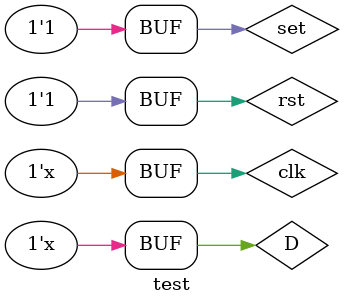
<source format=v>
`timescale 1ns / 1ps


module test(
    );
    reg clk,rst,set,D;
    wire Q;
    initial
        begin 
            clk=0;rst=1;set=1;D=0;
            #5 set=0;
            #8 rst=0;
            #10 rst=1;set=1;
        end
    always #3 clk=~clk;
    always #2 D=~D;
    d_trigger my(Q,clk,rst,set,D);
endmodule

</source>
